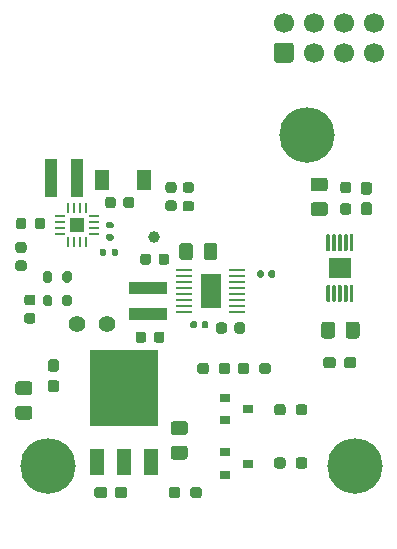
<source format=gbr>
%TF.GenerationSoftware,KiCad,Pcbnew,5.1.12-1.fc35*%
%TF.CreationDate,2022-01-07T18:54:40+00:00*%
%TF.ProjectId,cryosub_power_converter_top_v03,6372796f-7375-4625-9f70-6f7765725f63,rev?*%
%TF.SameCoordinates,Original*%
%TF.FileFunction,Soldermask,Top*%
%TF.FilePolarity,Negative*%
%FSLAX45Y45*%
G04 Gerber Fmt 4.5, Leading zero omitted, Abs format (unit mm)*
G04 Created by KiCad (PCBNEW 5.1.12-1.fc35) date 2022-01-07 18:54:40*
%MOMM*%
%LPD*%
G01*
G04 APERTURE LIST*
%ADD10C,1.700000*%
%ADD11R,1.244600X1.244600*%
%ADD12R,0.254800X0.807999*%
%ADD13R,0.807999X0.254800*%
%ADD14R,1.752600X2.946400*%
%ADD15R,1.327899X0.279400*%
%ADD16R,3.200001X1.000001*%
%ADD17R,1.000001X3.200001*%
%ADD18C,4.700000*%
%ADD19C,1.400000*%
%ADD20R,1.300000X1.700000*%
%ADD21C,1.000000*%
%ADD22R,0.900000X0.800000*%
%ADD23R,1.200000X2.200000*%
%ADD24R,5.800000X6.400000*%
%ADD25R,1.880000X1.680000*%
G04 APERTURE END LIST*
D10*
%TO.C,J1*%
X13162000Y-10346000D03*
X12908000Y-10346000D03*
X12654000Y-10346000D03*
X12400000Y-10346000D03*
X13162000Y-10600000D03*
X12908000Y-10600000D03*
X12654000Y-10600000D03*
G36*
G01*
X12460000Y-10685000D02*
X12340000Y-10685000D01*
G75*
G02*
X12315000Y-10660000I0J25000D01*
G01*
X12315000Y-10540000D01*
G75*
G02*
X12340000Y-10515000I25000J0D01*
G01*
X12460000Y-10515000D01*
G75*
G02*
X12485000Y-10540000I0J-25000D01*
G01*
X12485000Y-10660000D01*
G75*
G02*
X12460000Y-10685000I-25000J0D01*
G01*
G37*
%TD*%
%TO.C,C9*%
G36*
G01*
X11917500Y-12907500D02*
X11917500Y-12957500D01*
G75*
G02*
X11895000Y-12980000I-22500J0D01*
G01*
X11850000Y-12980000D01*
G75*
G02*
X11827500Y-12957500I0J22500D01*
G01*
X11827500Y-12907500D01*
G75*
G02*
X11850000Y-12885000I22500J0D01*
G01*
X11895000Y-12885000D01*
G75*
G02*
X11917500Y-12907500I0J-22500D01*
G01*
G37*
G36*
G01*
X12072500Y-12907500D02*
X12072500Y-12957500D01*
G75*
G02*
X12050000Y-12980000I-22500J0D01*
G01*
X12005000Y-12980000D01*
G75*
G02*
X11982500Y-12957500I0J22500D01*
G01*
X11982500Y-12907500D01*
G75*
G02*
X12005000Y-12885000I22500J0D01*
G01*
X12050000Y-12885000D01*
G75*
G02*
X12072500Y-12907500I0J-22500D01*
G01*
G37*
%TD*%
D11*
%TO.C,U2*%
X10650000Y-12057500D03*
D12*
X10575000Y-11912960D03*
X10625000Y-11912960D03*
X10675000Y-11912960D03*
X10725000Y-11912960D03*
D13*
X10794540Y-11982500D03*
X10794540Y-12032500D03*
X10794540Y-12082500D03*
X10794540Y-12132500D03*
D12*
X10725000Y-12202040D03*
X10675000Y-12202040D03*
X10625000Y-12202040D03*
X10575000Y-12202040D03*
D13*
X10505460Y-12132500D03*
X10505460Y-12082500D03*
X10505460Y-12032500D03*
X10505460Y-11982500D03*
%TD*%
D14*
%TO.C,U3*%
X11780000Y-12620000D03*
D15*
X11558665Y-12795133D03*
X11558665Y-12745095D03*
X11558665Y-12695057D03*
X11558665Y-12645019D03*
X11558665Y-12594981D03*
X11558665Y-12544943D03*
X11558665Y-12494905D03*
X11558665Y-12444867D03*
X12001335Y-12444867D03*
X12001335Y-12494905D03*
X12001335Y-12544943D03*
X12001335Y-12594981D03*
X12001335Y-12645019D03*
X12001335Y-12695057D03*
X12001335Y-12745095D03*
X12001335Y-12795133D03*
%TD*%
D16*
%TO.C,L2*%
X11252500Y-12597500D03*
X11252500Y-12817500D03*
%TD*%
D17*
%TO.C,L3*%
X10430000Y-11660000D03*
X10650000Y-11660000D03*
%TD*%
D18*
%TO.C,H3*%
X13000000Y-14100000D03*
%TD*%
%TO.C,H2*%
X12600000Y-11300000D03*
%TD*%
%TO.C,H1*%
X10400000Y-14100000D03*
%TD*%
D19*
%TO.C,TP2*%
X10900000Y-12900000D03*
X10646000Y-12900000D03*
%TD*%
%TO.C,R21*%
G36*
G01*
X10440000Y-12672500D02*
X10440000Y-12727500D01*
G75*
G02*
X10420000Y-12747500I-20000J0D01*
G01*
X10380000Y-12747500D01*
G75*
G02*
X10360000Y-12727500I0J20000D01*
G01*
X10360000Y-12672500D01*
G75*
G02*
X10380000Y-12652500I20000J0D01*
G01*
X10420000Y-12652500D01*
G75*
G02*
X10440000Y-12672500I0J-20000D01*
G01*
G37*
G36*
G01*
X10605000Y-12672500D02*
X10605000Y-12727500D01*
G75*
G02*
X10585000Y-12747500I-20000J0D01*
G01*
X10545000Y-12747500D01*
G75*
G02*
X10525000Y-12727500I0J20000D01*
G01*
X10525000Y-12672500D01*
G75*
G02*
X10545000Y-12652500I20000J0D01*
G01*
X10585000Y-12652500D01*
G75*
G02*
X10605000Y-12672500I0J-20000D01*
G01*
G37*
%TD*%
%TO.C,R20*%
G36*
G01*
X10525000Y-12527500D02*
X10525000Y-12472500D01*
G75*
G02*
X10545000Y-12452500I20000J0D01*
G01*
X10585000Y-12452500D01*
G75*
G02*
X10605000Y-12472500I0J-20000D01*
G01*
X10605000Y-12527500D01*
G75*
G02*
X10585000Y-12547500I-20000J0D01*
G01*
X10545000Y-12547500D01*
G75*
G02*
X10525000Y-12527500I0J20000D01*
G01*
G37*
G36*
G01*
X10360000Y-12527500D02*
X10360000Y-12472500D01*
G75*
G02*
X10380000Y-12452500I20000J0D01*
G01*
X10420000Y-12452500D01*
G75*
G02*
X10440000Y-12472500I0J-20000D01*
G01*
X10440000Y-12527500D01*
G75*
G02*
X10420000Y-12547500I-20000J0D01*
G01*
X10380000Y-12547500D01*
G75*
G02*
X10360000Y-12527500I0J20000D01*
G01*
G37*
%TD*%
%TO.C,C19*%
G36*
G01*
X10225000Y-12805000D02*
X10275000Y-12805000D01*
G75*
G02*
X10297500Y-12827500I0J-22500D01*
G01*
X10297500Y-12872500D01*
G75*
G02*
X10275000Y-12895000I-22500J0D01*
G01*
X10225000Y-12895000D01*
G75*
G02*
X10202500Y-12872500I0J22500D01*
G01*
X10202500Y-12827500D01*
G75*
G02*
X10225000Y-12805000I22500J0D01*
G01*
G37*
G36*
G01*
X10225000Y-12650000D02*
X10275000Y-12650000D01*
G75*
G02*
X10297500Y-12672500I0J-22500D01*
G01*
X10297500Y-12717500D01*
G75*
G02*
X10275000Y-12740000I-22500J0D01*
G01*
X10225000Y-12740000D01*
G75*
G02*
X10202500Y-12717500I0J22500D01*
G01*
X10202500Y-12672500D01*
G75*
G02*
X10225000Y-12650000I22500J0D01*
G01*
G37*
%TD*%
%TO.C,L5*%
G36*
G01*
X11566875Y-11857500D02*
X11618125Y-11857500D01*
G75*
G02*
X11640000Y-11879375I0J-21875D01*
G01*
X11640000Y-11923125D01*
G75*
G02*
X11618125Y-11945000I-21875J0D01*
G01*
X11566875Y-11945000D01*
G75*
G02*
X11545000Y-11923125I0J21875D01*
G01*
X11545000Y-11879375D01*
G75*
G02*
X11566875Y-11857500I21875J0D01*
G01*
G37*
G36*
G01*
X11566875Y-11700000D02*
X11618125Y-11700000D01*
G75*
G02*
X11640000Y-11721875I0J-21875D01*
G01*
X11640000Y-11765625D01*
G75*
G02*
X11618125Y-11787500I-21875J0D01*
G01*
X11566875Y-11787500D01*
G75*
G02*
X11545000Y-11765625I0J21875D01*
G01*
X11545000Y-11721875D01*
G75*
G02*
X11566875Y-11700000I21875J0D01*
G01*
G37*
%TD*%
%TO.C,C18*%
G36*
G01*
X11420000Y-11852500D02*
X11470000Y-11852500D01*
G75*
G02*
X11492500Y-11875000I0J-22500D01*
G01*
X11492500Y-11920000D01*
G75*
G02*
X11470000Y-11942500I-22500J0D01*
G01*
X11420000Y-11942500D01*
G75*
G02*
X11397500Y-11920000I0J22500D01*
G01*
X11397500Y-11875000D01*
G75*
G02*
X11420000Y-11852500I22500J0D01*
G01*
G37*
G36*
G01*
X11420000Y-11697500D02*
X11470000Y-11697500D01*
G75*
G02*
X11492500Y-11720000I0J-22500D01*
G01*
X11492500Y-11765000D01*
G75*
G02*
X11470000Y-11787500I-22500J0D01*
G01*
X11420000Y-11787500D01*
G75*
G02*
X11397500Y-11765000I0J22500D01*
G01*
X11397500Y-11720000D01*
G75*
G02*
X11420000Y-11697500I22500J0D01*
G01*
G37*
%TD*%
%TO.C,C17*%
G36*
G01*
X11705000Y-12922000D02*
X11705000Y-12888000D01*
G75*
G02*
X11719000Y-12874000I14000J0D01*
G01*
X11747000Y-12874000D01*
G75*
G02*
X11761000Y-12888000I0J-14000D01*
G01*
X11761000Y-12922000D01*
G75*
G02*
X11747000Y-12936000I-14000J0D01*
G01*
X11719000Y-12936000D01*
G75*
G02*
X11705000Y-12922000I0J14000D01*
G01*
G37*
G36*
G01*
X11609000Y-12922000D02*
X11609000Y-12888000D01*
G75*
G02*
X11623000Y-12874000I14000J0D01*
G01*
X11651000Y-12874000D01*
G75*
G02*
X11665000Y-12888000I0J-14000D01*
G01*
X11665000Y-12922000D01*
G75*
G02*
X11651000Y-12936000I-14000J0D01*
G01*
X11623000Y-12936000D01*
G75*
G02*
X11609000Y-12922000I0J14000D01*
G01*
G37*
%TD*%
D20*
%TO.C,D3*%
X10862500Y-11675000D03*
X11212500Y-11675000D03*
%TD*%
D21*
%TO.C,TP1*%
X11302500Y-12165000D03*
%TD*%
%TO.C,C8*%
G36*
G01*
X11721250Y-12332500D02*
X11721250Y-12237500D01*
G75*
G02*
X11746250Y-12212500I25000J0D01*
G01*
X11813750Y-12212500D01*
G75*
G02*
X11838750Y-12237500I0J-25000D01*
G01*
X11838750Y-12332500D01*
G75*
G02*
X11813750Y-12357500I-25000J0D01*
G01*
X11746250Y-12357500D01*
G75*
G02*
X11721250Y-12332500I0J25000D01*
G01*
G37*
G36*
G01*
X11513750Y-12332500D02*
X11513750Y-12237500D01*
G75*
G02*
X11538750Y-12212500I25000J0D01*
G01*
X11606250Y-12212500D01*
G75*
G02*
X11631250Y-12237500I0J-25000D01*
G01*
X11631250Y-12332500D01*
G75*
G02*
X11606250Y-12357500I-25000J0D01*
G01*
X11538750Y-12357500D01*
G75*
G02*
X11513750Y-12332500I0J25000D01*
G01*
G37*
%TD*%
%TO.C,C16*%
G36*
G01*
X12230000Y-12458000D02*
X12230000Y-12492000D01*
G75*
G02*
X12216000Y-12506000I-14000J0D01*
G01*
X12188000Y-12506000D01*
G75*
G02*
X12174000Y-12492000I0J14000D01*
G01*
X12174000Y-12458000D01*
G75*
G02*
X12188000Y-12444000I14000J0D01*
G01*
X12216000Y-12444000D01*
G75*
G02*
X12230000Y-12458000I0J-14000D01*
G01*
G37*
G36*
G01*
X12326000Y-12458000D02*
X12326000Y-12492000D01*
G75*
G02*
X12312000Y-12506000I-14000J0D01*
G01*
X12284000Y-12506000D01*
G75*
G02*
X12270000Y-12492000I0J14000D01*
G01*
X12270000Y-12458000D01*
G75*
G02*
X12284000Y-12444000I14000J0D01*
G01*
X12312000Y-12444000D01*
G75*
G02*
X12326000Y-12458000I0J-14000D01*
G01*
G37*
%TD*%
%TO.C,R16*%
G36*
G01*
X10895000Y-12274000D02*
X10895000Y-12311000D01*
G75*
G02*
X10881500Y-12324500I-13500J0D01*
G01*
X10854500Y-12324500D01*
G75*
G02*
X10841000Y-12311000I0J13500D01*
G01*
X10841000Y-12274000D01*
G75*
G02*
X10854500Y-12260500I13500J0D01*
G01*
X10881500Y-12260500D01*
G75*
G02*
X10895000Y-12274000I0J-13500D01*
G01*
G37*
G36*
G01*
X10997000Y-12274000D02*
X10997000Y-12311000D01*
G75*
G02*
X10983500Y-12324500I-13500J0D01*
G01*
X10956500Y-12324500D01*
G75*
G02*
X10943000Y-12311000I0J13500D01*
G01*
X10943000Y-12274000D01*
G75*
G02*
X10956500Y-12260500I13500J0D01*
G01*
X10983500Y-12260500D01*
G75*
G02*
X10997000Y-12274000I0J-13500D01*
G01*
G37*
%TD*%
%TO.C,R14*%
G36*
G01*
X10909000Y-12137500D02*
X10946000Y-12137500D01*
G75*
G02*
X10959500Y-12151000I0J-13500D01*
G01*
X10959500Y-12178000D01*
G75*
G02*
X10946000Y-12191500I-13500J0D01*
G01*
X10909000Y-12191500D01*
G75*
G02*
X10895500Y-12178000I0J13500D01*
G01*
X10895500Y-12151000D01*
G75*
G02*
X10909000Y-12137500I13500J0D01*
G01*
G37*
G36*
G01*
X10909000Y-12035500D02*
X10946000Y-12035500D01*
G75*
G02*
X10959500Y-12049000I0J-13500D01*
G01*
X10959500Y-12076000D01*
G75*
G02*
X10946000Y-12089500I-13500J0D01*
G01*
X10909000Y-12089500D01*
G75*
G02*
X10895500Y-12076000I0J13500D01*
G01*
X10895500Y-12049000D01*
G75*
G02*
X10909000Y-12035500I13500J0D01*
G01*
G37*
%TD*%
%TO.C,L4*%
G36*
G01*
X10221250Y-12021875D02*
X10221250Y-12073125D01*
G75*
G02*
X10199375Y-12095000I-21875J0D01*
G01*
X10155625Y-12095000D01*
G75*
G02*
X10133750Y-12073125I0J21875D01*
G01*
X10133750Y-12021875D01*
G75*
G02*
X10155625Y-12000000I21875J0D01*
G01*
X10199375Y-12000000D01*
G75*
G02*
X10221250Y-12021875I0J-21875D01*
G01*
G37*
G36*
G01*
X10378750Y-12021875D02*
X10378750Y-12073125D01*
G75*
G02*
X10356875Y-12095000I-21875J0D01*
G01*
X10313125Y-12095000D01*
G75*
G02*
X10291250Y-12073125I0J21875D01*
G01*
X10291250Y-12021875D01*
G75*
G02*
X10313125Y-12000000I21875J0D01*
G01*
X10356875Y-12000000D01*
G75*
G02*
X10378750Y-12021875I0J-21875D01*
G01*
G37*
%TD*%
%TO.C,C15*%
G36*
G01*
X11340000Y-12375000D02*
X11340000Y-12325000D01*
G75*
G02*
X11362500Y-12302500I22500J0D01*
G01*
X11407500Y-12302500D01*
G75*
G02*
X11430000Y-12325000I0J-22500D01*
G01*
X11430000Y-12375000D01*
G75*
G02*
X11407500Y-12397500I-22500J0D01*
G01*
X11362500Y-12397500D01*
G75*
G02*
X11340000Y-12375000I0J22500D01*
G01*
G37*
G36*
G01*
X11185000Y-12375000D02*
X11185000Y-12325000D01*
G75*
G02*
X11207500Y-12302500I22500J0D01*
G01*
X11252500Y-12302500D01*
G75*
G02*
X11275000Y-12325000I0J-22500D01*
G01*
X11275000Y-12375000D01*
G75*
G02*
X11252500Y-12397500I-22500J0D01*
G01*
X11207500Y-12397500D01*
G75*
G02*
X11185000Y-12375000I0J22500D01*
G01*
G37*
%TD*%
%TO.C,C14*%
G36*
G01*
X11300000Y-13035000D02*
X11300000Y-12985000D01*
G75*
G02*
X11322500Y-12962500I22500J0D01*
G01*
X11367500Y-12962500D01*
G75*
G02*
X11390000Y-12985000I0J-22500D01*
G01*
X11390000Y-13035000D01*
G75*
G02*
X11367500Y-13057500I-22500J0D01*
G01*
X11322500Y-13057500D01*
G75*
G02*
X11300000Y-13035000I0J22500D01*
G01*
G37*
G36*
G01*
X11145000Y-13035000D02*
X11145000Y-12985000D01*
G75*
G02*
X11167500Y-12962500I22500J0D01*
G01*
X11212500Y-12962500D01*
G75*
G02*
X11235000Y-12985000I0J-22500D01*
G01*
X11235000Y-13035000D01*
G75*
G02*
X11212500Y-13057500I-22500J0D01*
G01*
X11167500Y-13057500D01*
G75*
G02*
X11145000Y-13035000I0J22500D01*
G01*
G37*
%TD*%
%TO.C,C12*%
G36*
G01*
X10977500Y-11845000D02*
X10977500Y-11895000D01*
G75*
G02*
X10955000Y-11917500I-22500J0D01*
G01*
X10910000Y-11917500D01*
G75*
G02*
X10887500Y-11895000I0J22500D01*
G01*
X10887500Y-11845000D01*
G75*
G02*
X10910000Y-11822500I22500J0D01*
G01*
X10955000Y-11822500D01*
G75*
G02*
X10977500Y-11845000I0J-22500D01*
G01*
G37*
G36*
G01*
X11132500Y-11845000D02*
X11132500Y-11895000D01*
G75*
G02*
X11110000Y-11917500I-22500J0D01*
G01*
X11065000Y-11917500D01*
G75*
G02*
X11042500Y-11895000I0J22500D01*
G01*
X11042500Y-11845000D01*
G75*
G02*
X11065000Y-11822500I22500J0D01*
G01*
X11110000Y-11822500D01*
G75*
G02*
X11132500Y-11845000I0J-22500D01*
G01*
G37*
%TD*%
%TO.C,C10*%
G36*
G01*
X10150000Y-12360000D02*
X10200000Y-12360000D01*
G75*
G02*
X10222500Y-12382500I0J-22500D01*
G01*
X10222500Y-12427500D01*
G75*
G02*
X10200000Y-12450000I-22500J0D01*
G01*
X10150000Y-12450000D01*
G75*
G02*
X10127500Y-12427500I0J22500D01*
G01*
X10127500Y-12382500D01*
G75*
G02*
X10150000Y-12360000I22500J0D01*
G01*
G37*
G36*
G01*
X10150000Y-12205000D02*
X10200000Y-12205000D01*
G75*
G02*
X10222500Y-12227500I0J-22500D01*
G01*
X10222500Y-12272500D01*
G75*
G02*
X10200000Y-12295000I-22500J0D01*
G01*
X10150000Y-12295000D01*
G75*
G02*
X10127500Y-12272500I0J22500D01*
G01*
X10127500Y-12227500D01*
G75*
G02*
X10150000Y-12205000I22500J0D01*
G01*
G37*
%TD*%
%TO.C,D1*%
G36*
G01*
X12910000Y-13248750D02*
X12910000Y-13201250D01*
G75*
G02*
X12933750Y-13177500I23750J0D01*
G01*
X12991250Y-13177500D01*
G75*
G02*
X13015000Y-13201250I0J-23750D01*
G01*
X13015000Y-13248750D01*
G75*
G02*
X12991250Y-13272500I-23750J0D01*
G01*
X12933750Y-13272500D01*
G75*
G02*
X12910000Y-13248750I0J23750D01*
G01*
G37*
G36*
G01*
X12735000Y-13248750D02*
X12735000Y-13201250D01*
G75*
G02*
X12758750Y-13177500I23750J0D01*
G01*
X12816250Y-13177500D01*
G75*
G02*
X12840000Y-13201250I0J-23750D01*
G01*
X12840000Y-13248750D01*
G75*
G02*
X12816250Y-13272500I-23750J0D01*
G01*
X12758750Y-13272500D01*
G75*
G02*
X12735000Y-13248750I0J23750D01*
G01*
G37*
%TD*%
%TO.C,L1*%
G36*
G01*
X10426250Y-13372500D02*
X10473750Y-13372500D01*
G75*
G02*
X10497500Y-13396250I0J-23750D01*
G01*
X10497500Y-13453750D01*
G75*
G02*
X10473750Y-13477500I-23750J0D01*
G01*
X10426250Y-13477500D01*
G75*
G02*
X10402500Y-13453750I0J23750D01*
G01*
X10402500Y-13396250D01*
G75*
G02*
X10426250Y-13372500I23750J0D01*
G01*
G37*
G36*
G01*
X10426250Y-13197500D02*
X10473750Y-13197500D01*
G75*
G02*
X10497500Y-13221250I0J-23750D01*
G01*
X10497500Y-13278750D01*
G75*
G02*
X10473750Y-13302500I-23750J0D01*
G01*
X10426250Y-13302500D01*
G75*
G02*
X10402500Y-13278750I0J23750D01*
G01*
X10402500Y-13221250D01*
G75*
G02*
X10426250Y-13197500I23750J0D01*
G01*
G37*
%TD*%
%TO.C,C6*%
G36*
G01*
X12923750Y-12997500D02*
X12923750Y-12902500D01*
G75*
G02*
X12948750Y-12877500I25000J0D01*
G01*
X13016250Y-12877500D01*
G75*
G02*
X13041250Y-12902500I0J-25000D01*
G01*
X13041250Y-12997500D01*
G75*
G02*
X13016250Y-13022500I-25000J0D01*
G01*
X12948750Y-13022500D01*
G75*
G02*
X12923750Y-12997500I0J25000D01*
G01*
G37*
G36*
G01*
X12716250Y-12997500D02*
X12716250Y-12902500D01*
G75*
G02*
X12741250Y-12877500I25000J0D01*
G01*
X12808750Y-12877500D01*
G75*
G02*
X12833750Y-12902500I0J-25000D01*
G01*
X12833750Y-12997500D01*
G75*
G02*
X12808750Y-13022500I-25000J0D01*
G01*
X12741250Y-13022500D01*
G75*
G02*
X12716250Y-12997500I0J25000D01*
G01*
G37*
%TD*%
%TO.C,R10*%
G36*
G01*
X12948750Y-11791250D02*
X12901250Y-11791250D01*
G75*
G02*
X12877500Y-11767500I0J23750D01*
G01*
X12877500Y-11717500D01*
G75*
G02*
X12901250Y-11693750I23750J0D01*
G01*
X12948750Y-11693750D01*
G75*
G02*
X12972500Y-11717500I0J-23750D01*
G01*
X12972500Y-11767500D01*
G75*
G02*
X12948750Y-11791250I-23750J0D01*
G01*
G37*
G36*
G01*
X12948750Y-11973750D02*
X12901250Y-11973750D01*
G75*
G02*
X12877500Y-11950000I0J23750D01*
G01*
X12877500Y-11900000D01*
G75*
G02*
X12901250Y-11876250I23750J0D01*
G01*
X12948750Y-11876250D01*
G75*
G02*
X12972500Y-11900000I0J-23750D01*
G01*
X12972500Y-11950000D01*
G75*
G02*
X12948750Y-11973750I-23750J0D01*
G01*
G37*
%TD*%
%TO.C,C5*%
G36*
G01*
X12747500Y-11776250D02*
X12652500Y-11776250D01*
G75*
G02*
X12627500Y-11751250I0J25000D01*
G01*
X12627500Y-11683750D01*
G75*
G02*
X12652500Y-11658750I25000J0D01*
G01*
X12747500Y-11658750D01*
G75*
G02*
X12772500Y-11683750I0J-25000D01*
G01*
X12772500Y-11751250D01*
G75*
G02*
X12747500Y-11776250I-25000J0D01*
G01*
G37*
G36*
G01*
X12747500Y-11983750D02*
X12652500Y-11983750D01*
G75*
G02*
X12627500Y-11958750I0J25000D01*
G01*
X12627500Y-11891250D01*
G75*
G02*
X12652500Y-11866250I25000J0D01*
G01*
X12747500Y-11866250D01*
G75*
G02*
X12772500Y-11891250I0J-25000D01*
G01*
X12772500Y-11958750D01*
G75*
G02*
X12747500Y-11983750I-25000J0D01*
G01*
G37*
%TD*%
%TO.C,C4*%
G36*
G01*
X13123750Y-11803750D02*
X13076250Y-11803750D01*
G75*
G02*
X13052500Y-11780000I0J23750D01*
G01*
X13052500Y-11720000D01*
G75*
G02*
X13076250Y-11696250I23750J0D01*
G01*
X13123750Y-11696250D01*
G75*
G02*
X13147500Y-11720000I0J-23750D01*
G01*
X13147500Y-11780000D01*
G75*
G02*
X13123750Y-11803750I-23750J0D01*
G01*
G37*
G36*
G01*
X13123750Y-11976250D02*
X13076250Y-11976250D01*
G75*
G02*
X13052500Y-11952500I0J23750D01*
G01*
X13052500Y-11892500D01*
G75*
G02*
X13076250Y-11868750I23750J0D01*
G01*
X13123750Y-11868750D01*
G75*
G02*
X13147500Y-11892500I0J-23750D01*
G01*
X13147500Y-11952500D01*
G75*
G02*
X13123750Y-11976250I-23750J0D01*
G01*
G37*
%TD*%
%TO.C,C1*%
G36*
G01*
X11562500Y-13838750D02*
X11467500Y-13838750D01*
G75*
G02*
X11442500Y-13813750I0J25000D01*
G01*
X11442500Y-13746250D01*
G75*
G02*
X11467500Y-13721250I25000J0D01*
G01*
X11562500Y-13721250D01*
G75*
G02*
X11587500Y-13746250I0J-25000D01*
G01*
X11587500Y-13813750D01*
G75*
G02*
X11562500Y-13838750I-25000J0D01*
G01*
G37*
G36*
G01*
X11562500Y-14046250D02*
X11467500Y-14046250D01*
G75*
G02*
X11442500Y-14021250I0J25000D01*
G01*
X11442500Y-13953750D01*
G75*
G02*
X11467500Y-13928750I25000J0D01*
G01*
X11562500Y-13928750D01*
G75*
G02*
X11587500Y-13953750I0J-25000D01*
G01*
X11587500Y-14021250D01*
G75*
G02*
X11562500Y-14046250I-25000J0D01*
G01*
G37*
%TD*%
%TO.C,C2*%
G36*
G01*
X11076250Y-14301250D02*
X11076250Y-14348750D01*
G75*
G02*
X11052500Y-14372500I-23750J0D01*
G01*
X10992500Y-14372500D01*
G75*
G02*
X10968750Y-14348750I0J23750D01*
G01*
X10968750Y-14301250D01*
G75*
G02*
X10992500Y-14277500I23750J0D01*
G01*
X11052500Y-14277500D01*
G75*
G02*
X11076250Y-14301250I0J-23750D01*
G01*
G37*
G36*
G01*
X10903750Y-14301250D02*
X10903750Y-14348750D01*
G75*
G02*
X10880000Y-14372500I-23750J0D01*
G01*
X10820000Y-14372500D01*
G75*
G02*
X10796250Y-14348750I0J23750D01*
G01*
X10796250Y-14301250D01*
G75*
G02*
X10820000Y-14277500I23750J0D01*
G01*
X10880000Y-14277500D01*
G75*
G02*
X10903750Y-14301250I0J-23750D01*
G01*
G37*
%TD*%
%TO.C,C3*%
G36*
G01*
X10152500Y-13383750D02*
X10247500Y-13383750D01*
G75*
G02*
X10272500Y-13408750I0J-25000D01*
G01*
X10272500Y-13476250D01*
G75*
G02*
X10247500Y-13501250I-25000J0D01*
G01*
X10152500Y-13501250D01*
G75*
G02*
X10127500Y-13476250I0J25000D01*
G01*
X10127500Y-13408750D01*
G75*
G02*
X10152500Y-13383750I25000J0D01*
G01*
G37*
G36*
G01*
X10152500Y-13591250D02*
X10247500Y-13591250D01*
G75*
G02*
X10272500Y-13616250I0J-25000D01*
G01*
X10272500Y-13683750D01*
G75*
G02*
X10247500Y-13708750I-25000J0D01*
G01*
X10152500Y-13708750D01*
G75*
G02*
X10127500Y-13683750I0J25000D01*
G01*
X10127500Y-13616250D01*
G75*
G02*
X10152500Y-13591250I25000J0D01*
G01*
G37*
%TD*%
D22*
%TO.C,Q1*%
X12100000Y-13620000D03*
X11900000Y-13715000D03*
X11900000Y-13525000D03*
%TD*%
%TO.C,Q2*%
X11900000Y-13985000D03*
X11900000Y-14175000D03*
X12100000Y-14080000D03*
%TD*%
D23*
%TO.C,Q3*%
X10822000Y-14070000D03*
X11050000Y-14070000D03*
X11278000Y-14070000D03*
D24*
X11050000Y-13440000D03*
%TD*%
%TO.C,R1*%
G36*
G01*
X11668750Y-13298750D02*
X11668750Y-13251250D01*
G75*
G02*
X11692500Y-13227500I23750J0D01*
G01*
X11742500Y-13227500D01*
G75*
G02*
X11766250Y-13251250I0J-23750D01*
G01*
X11766250Y-13298750D01*
G75*
G02*
X11742500Y-13322500I-23750J0D01*
G01*
X11692500Y-13322500D01*
G75*
G02*
X11668750Y-13298750I0J23750D01*
G01*
G37*
G36*
G01*
X11851250Y-13298750D02*
X11851250Y-13251250D01*
G75*
G02*
X11875000Y-13227500I23750J0D01*
G01*
X11925000Y-13227500D01*
G75*
G02*
X11948750Y-13251250I0J-23750D01*
G01*
X11948750Y-13298750D01*
G75*
G02*
X11925000Y-13322500I-23750J0D01*
G01*
X11875000Y-13322500D01*
G75*
G02*
X11851250Y-13298750I0J23750D01*
G01*
G37*
%TD*%
%TO.C,R2*%
G36*
G01*
X12192500Y-13298750D02*
X12192500Y-13251250D01*
G75*
G02*
X12216250Y-13227500I23750J0D01*
G01*
X12266250Y-13227500D01*
G75*
G02*
X12290000Y-13251250I0J-23750D01*
G01*
X12290000Y-13298750D01*
G75*
G02*
X12266250Y-13322500I-23750J0D01*
G01*
X12216250Y-13322500D01*
G75*
G02*
X12192500Y-13298750I0J23750D01*
G01*
G37*
G36*
G01*
X12010000Y-13298750D02*
X12010000Y-13251250D01*
G75*
G02*
X12033750Y-13227500I23750J0D01*
G01*
X12083750Y-13227500D01*
G75*
G02*
X12107500Y-13251250I0J-23750D01*
G01*
X12107500Y-13298750D01*
G75*
G02*
X12083750Y-13322500I-23750J0D01*
G01*
X12033750Y-13322500D01*
G75*
G02*
X12010000Y-13298750I0J23750D01*
G01*
G37*
%TD*%
%TO.C,R3*%
G36*
G01*
X12598750Y-13601250D02*
X12598750Y-13648750D01*
G75*
G02*
X12575000Y-13672500I-23750J0D01*
G01*
X12525000Y-13672500D01*
G75*
G02*
X12501250Y-13648750I0J23750D01*
G01*
X12501250Y-13601250D01*
G75*
G02*
X12525000Y-13577500I23750J0D01*
G01*
X12575000Y-13577500D01*
G75*
G02*
X12598750Y-13601250I0J-23750D01*
G01*
G37*
G36*
G01*
X12416250Y-13601250D02*
X12416250Y-13648750D01*
G75*
G02*
X12392500Y-13672500I-23750J0D01*
G01*
X12342500Y-13672500D01*
G75*
G02*
X12318750Y-13648750I0J23750D01*
G01*
X12318750Y-13601250D01*
G75*
G02*
X12342500Y-13577500I23750J0D01*
G01*
X12392500Y-13577500D01*
G75*
G02*
X12416250Y-13601250I0J-23750D01*
G01*
G37*
%TD*%
%TO.C,R7*%
G36*
G01*
X12598750Y-14051250D02*
X12598750Y-14098750D01*
G75*
G02*
X12575000Y-14122500I-23750J0D01*
G01*
X12525000Y-14122500D01*
G75*
G02*
X12501250Y-14098750I0J23750D01*
G01*
X12501250Y-14051250D01*
G75*
G02*
X12525000Y-14027500I23750J0D01*
G01*
X12575000Y-14027500D01*
G75*
G02*
X12598750Y-14051250I0J-23750D01*
G01*
G37*
G36*
G01*
X12416250Y-14051250D02*
X12416250Y-14098750D01*
G75*
G02*
X12392500Y-14122500I-23750J0D01*
G01*
X12342500Y-14122500D01*
G75*
G02*
X12318750Y-14098750I0J23750D01*
G01*
X12318750Y-14051250D01*
G75*
G02*
X12342500Y-14027500I23750J0D01*
G01*
X12392500Y-14027500D01*
G75*
G02*
X12416250Y-14051250I0J-23750D01*
G01*
G37*
%TD*%
%TO.C,R9*%
G36*
G01*
X11426250Y-14348750D02*
X11426250Y-14301250D01*
G75*
G02*
X11450000Y-14277500I23750J0D01*
G01*
X11500000Y-14277500D01*
G75*
G02*
X11523750Y-14301250I0J-23750D01*
G01*
X11523750Y-14348750D01*
G75*
G02*
X11500000Y-14372500I-23750J0D01*
G01*
X11450000Y-14372500D01*
G75*
G02*
X11426250Y-14348750I0J23750D01*
G01*
G37*
G36*
G01*
X11608750Y-14348750D02*
X11608750Y-14301250D01*
G75*
G02*
X11632500Y-14277500I23750J0D01*
G01*
X11682500Y-14277500D01*
G75*
G02*
X11706250Y-14301250I0J-23750D01*
G01*
X11706250Y-14348750D01*
G75*
G02*
X11682500Y-14372500I-23750J0D01*
G01*
X11632500Y-14372500D01*
G75*
G02*
X11608750Y-14348750I0J23750D01*
G01*
G37*
%TD*%
%TO.C,U1*%
G36*
G01*
X12782500Y-12712500D02*
X12767500Y-12712500D01*
G75*
G02*
X12760000Y-12705000I0J7500D01*
G01*
X12760000Y-12575000D01*
G75*
G02*
X12767500Y-12567500I7500J0D01*
G01*
X12782500Y-12567500D01*
G75*
G02*
X12790000Y-12575000I0J-7500D01*
G01*
X12790000Y-12705000D01*
G75*
G02*
X12782500Y-12712500I-7500J0D01*
G01*
G37*
G36*
G01*
X12832500Y-12712500D02*
X12817500Y-12712500D01*
G75*
G02*
X12810000Y-12705000I0J7500D01*
G01*
X12810000Y-12575000D01*
G75*
G02*
X12817500Y-12567500I7500J0D01*
G01*
X12832500Y-12567500D01*
G75*
G02*
X12840000Y-12575000I0J-7500D01*
G01*
X12840000Y-12705000D01*
G75*
G02*
X12832500Y-12712500I-7500J0D01*
G01*
G37*
G36*
G01*
X12882500Y-12712500D02*
X12867500Y-12712500D01*
G75*
G02*
X12860000Y-12705000I0J7500D01*
G01*
X12860000Y-12575000D01*
G75*
G02*
X12867500Y-12567500I7500J0D01*
G01*
X12882500Y-12567500D01*
G75*
G02*
X12890000Y-12575000I0J-7500D01*
G01*
X12890000Y-12705000D01*
G75*
G02*
X12882500Y-12712500I-7500J0D01*
G01*
G37*
G36*
G01*
X12932500Y-12712500D02*
X12917500Y-12712500D01*
G75*
G02*
X12910000Y-12705000I0J7500D01*
G01*
X12910000Y-12575000D01*
G75*
G02*
X12917500Y-12567500I7500J0D01*
G01*
X12932500Y-12567500D01*
G75*
G02*
X12940000Y-12575000I0J-7500D01*
G01*
X12940000Y-12705000D01*
G75*
G02*
X12932500Y-12712500I-7500J0D01*
G01*
G37*
G36*
G01*
X12982500Y-12712500D02*
X12967500Y-12712500D01*
G75*
G02*
X12960000Y-12705000I0J7500D01*
G01*
X12960000Y-12575000D01*
G75*
G02*
X12967500Y-12567500I7500J0D01*
G01*
X12982500Y-12567500D01*
G75*
G02*
X12990000Y-12575000I0J-7500D01*
G01*
X12990000Y-12705000D01*
G75*
G02*
X12982500Y-12712500I-7500J0D01*
G01*
G37*
G36*
G01*
X12982500Y-12282500D02*
X12967500Y-12282500D01*
G75*
G02*
X12960000Y-12275000I0J7500D01*
G01*
X12960000Y-12145000D01*
G75*
G02*
X12967500Y-12137500I7500J0D01*
G01*
X12982500Y-12137500D01*
G75*
G02*
X12990000Y-12145000I0J-7500D01*
G01*
X12990000Y-12275000D01*
G75*
G02*
X12982500Y-12282500I-7500J0D01*
G01*
G37*
G36*
G01*
X12932500Y-12282500D02*
X12917500Y-12282500D01*
G75*
G02*
X12910000Y-12275000I0J7500D01*
G01*
X12910000Y-12145000D01*
G75*
G02*
X12917500Y-12137500I7500J0D01*
G01*
X12932500Y-12137500D01*
G75*
G02*
X12940000Y-12145000I0J-7500D01*
G01*
X12940000Y-12275000D01*
G75*
G02*
X12932500Y-12282500I-7500J0D01*
G01*
G37*
G36*
G01*
X12882500Y-12282500D02*
X12867500Y-12282500D01*
G75*
G02*
X12860000Y-12275000I0J7500D01*
G01*
X12860000Y-12145000D01*
G75*
G02*
X12867500Y-12137500I7500J0D01*
G01*
X12882500Y-12137500D01*
G75*
G02*
X12890000Y-12145000I0J-7500D01*
G01*
X12890000Y-12275000D01*
G75*
G02*
X12882500Y-12282500I-7500J0D01*
G01*
G37*
G36*
G01*
X12832500Y-12282500D02*
X12817500Y-12282500D01*
G75*
G02*
X12810000Y-12275000I0J7500D01*
G01*
X12810000Y-12145000D01*
G75*
G02*
X12817500Y-12137500I7500J0D01*
G01*
X12832500Y-12137500D01*
G75*
G02*
X12840000Y-12145000I0J-7500D01*
G01*
X12840000Y-12275000D01*
G75*
G02*
X12832500Y-12282500I-7500J0D01*
G01*
G37*
G36*
G01*
X12782500Y-12282500D02*
X12767500Y-12282500D01*
G75*
G02*
X12760000Y-12275000I0J7500D01*
G01*
X12760000Y-12145000D01*
G75*
G02*
X12767500Y-12137500I7500J0D01*
G01*
X12782500Y-12137500D01*
G75*
G02*
X12790000Y-12145000I0J-7500D01*
G01*
X12790000Y-12275000D01*
G75*
G02*
X12782500Y-12282500I-7500J0D01*
G01*
G37*
D25*
X12875000Y-12425000D03*
%TD*%
M02*

</source>
